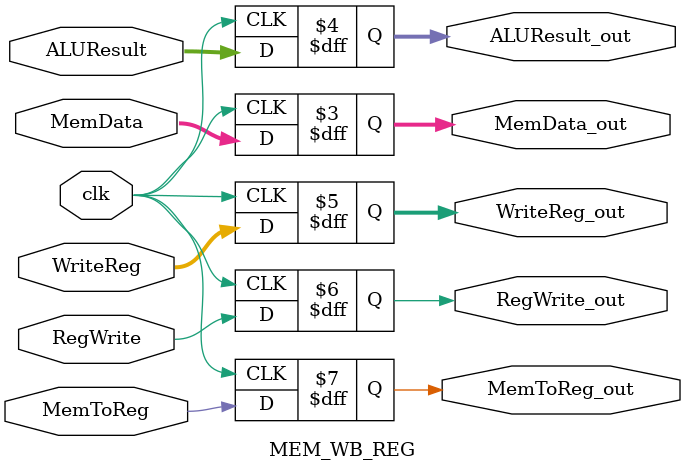
<source format=v>
`timescale 1ns / 1ps


module MEM_WB_REG(clk, RegWrite, MemToReg, MemData, ALUResult, WriteReg, RegWrite_out, 
                    MemToReg_out, MemData_out, ALUResult_out, WriteReg_out);

    input [31:0] MemData;
    input [31:0] ALUResult;
    input [4:0] WriteReg;
    input clk, RegWrite, MemToReg;
    
    output reg [31:0] MemData_out;
    output reg [31:0] ALUResult_out;
    output reg [4:0] WriteReg_out;
    output reg RegWrite_out, MemToReg_out;
    
    initial begin
        RegWrite_out = 0;
        MemToReg_out = 0;
        MemData_out = 0;
        ALUResult_out = 0;
        WriteReg_out = 0;
    end  
    
    always @(posedge clk) begin
        MemData_out <= MemData;
        ALUResult_out <= ALUResult;
        WriteReg_out <= WriteReg;
        RegWrite_out <= RegWrite;
        MemToReg_out <= MemToReg;
    end     
      
endmodule

</source>
